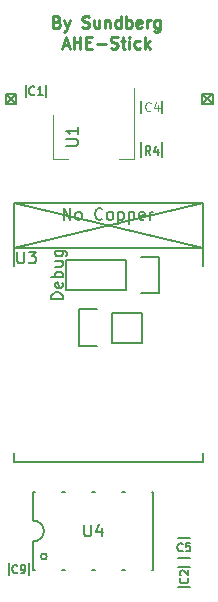
<source format=gbr>
G04 #@! TF.FileFunction,Legend,Top*
%FSLAX46Y46*%
G04 Gerber Fmt 4.6, Leading zero omitted, Abs format (unit mm)*
G04 Created by KiCad (PCBNEW 4.0.4-stable) date 12/12/16 19:20:19*
%MOMM*%
%LPD*%
G01*
G04 APERTURE LIST*
%ADD10C,0.100000*%
%ADD11C,0.250000*%
%ADD12C,0.127000*%
%ADD13C,0.152400*%
%ADD14C,0.120000*%
%ADD15C,0.150000*%
%ADD16C,0.125000*%
G04 APERTURE END LIST*
D10*
D11*
X146583333Y-55503571D02*
X146726190Y-55551190D01*
X146773809Y-55598810D01*
X146821428Y-55694048D01*
X146821428Y-55836905D01*
X146773809Y-55932143D01*
X146726190Y-55979762D01*
X146630952Y-56027381D01*
X146249999Y-56027381D01*
X146249999Y-55027381D01*
X146583333Y-55027381D01*
X146678571Y-55075000D01*
X146726190Y-55122619D01*
X146773809Y-55217857D01*
X146773809Y-55313095D01*
X146726190Y-55408333D01*
X146678571Y-55455952D01*
X146583333Y-55503571D01*
X146249999Y-55503571D01*
X147154761Y-55360714D02*
X147392856Y-56027381D01*
X147630952Y-55360714D02*
X147392856Y-56027381D01*
X147297618Y-56265476D01*
X147249999Y-56313095D01*
X147154761Y-56360714D01*
X148726190Y-55979762D02*
X148869047Y-56027381D01*
X149107143Y-56027381D01*
X149202381Y-55979762D01*
X149250000Y-55932143D01*
X149297619Y-55836905D01*
X149297619Y-55741667D01*
X149250000Y-55646429D01*
X149202381Y-55598810D01*
X149107143Y-55551190D01*
X148916666Y-55503571D01*
X148821428Y-55455952D01*
X148773809Y-55408333D01*
X148726190Y-55313095D01*
X148726190Y-55217857D01*
X148773809Y-55122619D01*
X148821428Y-55075000D01*
X148916666Y-55027381D01*
X149154762Y-55027381D01*
X149297619Y-55075000D01*
X150154762Y-55360714D02*
X150154762Y-56027381D01*
X149726190Y-55360714D02*
X149726190Y-55884524D01*
X149773809Y-55979762D01*
X149869047Y-56027381D01*
X150011905Y-56027381D01*
X150107143Y-55979762D01*
X150154762Y-55932143D01*
X150630952Y-55360714D02*
X150630952Y-56027381D01*
X150630952Y-55455952D02*
X150678571Y-55408333D01*
X150773809Y-55360714D01*
X150916667Y-55360714D01*
X151011905Y-55408333D01*
X151059524Y-55503571D01*
X151059524Y-56027381D01*
X151964286Y-56027381D02*
X151964286Y-55027381D01*
X151964286Y-55979762D02*
X151869048Y-56027381D01*
X151678571Y-56027381D01*
X151583333Y-55979762D01*
X151535714Y-55932143D01*
X151488095Y-55836905D01*
X151488095Y-55551190D01*
X151535714Y-55455952D01*
X151583333Y-55408333D01*
X151678571Y-55360714D01*
X151869048Y-55360714D01*
X151964286Y-55408333D01*
X152440476Y-56027381D02*
X152440476Y-55027381D01*
X152440476Y-55408333D02*
X152535714Y-55360714D01*
X152726191Y-55360714D01*
X152821429Y-55408333D01*
X152869048Y-55455952D01*
X152916667Y-55551190D01*
X152916667Y-55836905D01*
X152869048Y-55932143D01*
X152821429Y-55979762D01*
X152726191Y-56027381D01*
X152535714Y-56027381D01*
X152440476Y-55979762D01*
X153726191Y-55979762D02*
X153630953Y-56027381D01*
X153440476Y-56027381D01*
X153345238Y-55979762D01*
X153297619Y-55884524D01*
X153297619Y-55503571D01*
X153345238Y-55408333D01*
X153440476Y-55360714D01*
X153630953Y-55360714D01*
X153726191Y-55408333D01*
X153773810Y-55503571D01*
X153773810Y-55598810D01*
X153297619Y-55694048D01*
X154202381Y-56027381D02*
X154202381Y-55360714D01*
X154202381Y-55551190D02*
X154250000Y-55455952D01*
X154297619Y-55408333D01*
X154392857Y-55360714D01*
X154488096Y-55360714D01*
X155250001Y-55360714D02*
X155250001Y-56170238D01*
X155202382Y-56265476D01*
X155154763Y-56313095D01*
X155059524Y-56360714D01*
X154916667Y-56360714D01*
X154821429Y-56313095D01*
X155250001Y-55979762D02*
X155154763Y-56027381D01*
X154964286Y-56027381D01*
X154869048Y-55979762D01*
X154821429Y-55932143D01*
X154773810Y-55836905D01*
X154773810Y-55551190D01*
X154821429Y-55455952D01*
X154869048Y-55408333D01*
X154964286Y-55360714D01*
X155154763Y-55360714D01*
X155250001Y-55408333D01*
X147083333Y-57491667D02*
X147559524Y-57491667D01*
X146988095Y-57777381D02*
X147321428Y-56777381D01*
X147654762Y-57777381D01*
X147988095Y-57777381D02*
X147988095Y-56777381D01*
X147988095Y-57253571D02*
X148559524Y-57253571D01*
X148559524Y-57777381D02*
X148559524Y-56777381D01*
X149035714Y-57253571D02*
X149369048Y-57253571D01*
X149511905Y-57777381D02*
X149035714Y-57777381D01*
X149035714Y-56777381D01*
X149511905Y-56777381D01*
X149940476Y-57396429D02*
X150702381Y-57396429D01*
X151130952Y-57729762D02*
X151273809Y-57777381D01*
X151511905Y-57777381D01*
X151607143Y-57729762D01*
X151654762Y-57682143D01*
X151702381Y-57586905D01*
X151702381Y-57491667D01*
X151654762Y-57396429D01*
X151607143Y-57348810D01*
X151511905Y-57301190D01*
X151321428Y-57253571D01*
X151226190Y-57205952D01*
X151178571Y-57158333D01*
X151130952Y-57063095D01*
X151130952Y-56967857D01*
X151178571Y-56872619D01*
X151226190Y-56825000D01*
X151321428Y-56777381D01*
X151559524Y-56777381D01*
X151702381Y-56825000D01*
X151988095Y-57110714D02*
X152369047Y-57110714D01*
X152130952Y-56777381D02*
X152130952Y-57634524D01*
X152178571Y-57729762D01*
X152273809Y-57777381D01*
X152369047Y-57777381D01*
X152702381Y-57777381D02*
X152702381Y-57110714D01*
X152702381Y-56777381D02*
X152654762Y-56825000D01*
X152702381Y-56872619D01*
X152750000Y-56825000D01*
X152702381Y-56777381D01*
X152702381Y-56872619D01*
X153607143Y-57729762D02*
X153511905Y-57777381D01*
X153321428Y-57777381D01*
X153226190Y-57729762D01*
X153178571Y-57682143D01*
X153130952Y-57586905D01*
X153130952Y-57301190D01*
X153178571Y-57205952D01*
X153226190Y-57158333D01*
X153321428Y-57110714D01*
X153511905Y-57110714D01*
X153607143Y-57158333D01*
X154035714Y-57777381D02*
X154035714Y-56777381D01*
X154130952Y-57396429D02*
X154416667Y-57777381D01*
X154416667Y-57110714D02*
X154035714Y-57491667D01*
D12*
X143125000Y-62500000D02*
X142250000Y-61625000D01*
X143125000Y-61625000D02*
X142250000Y-61625000D01*
X143100000Y-61650000D02*
X142250000Y-62500000D01*
X142250000Y-62500000D02*
X142250000Y-61625000D01*
X142250000Y-62500000D02*
X143125000Y-62500000D01*
X143125000Y-62500000D02*
X143125000Y-61625000D01*
X159750000Y-62500000D02*
X159750000Y-61625000D01*
X158875000Y-62500000D02*
X159750000Y-62500000D01*
X158875000Y-62500000D02*
X158875000Y-61625000D01*
X159725000Y-61650000D02*
X158875000Y-62500000D01*
X159750000Y-61625000D02*
X158875000Y-61625000D01*
X159750000Y-62500000D02*
X158875000Y-61625000D01*
D13*
X142950000Y-70825000D02*
X158950000Y-70825000D01*
X158950000Y-70825000D02*
X158950000Y-76225000D01*
X142950000Y-70825000D02*
X142950000Y-76225000D01*
X142950000Y-92025000D02*
X142950000Y-92825000D01*
X142950000Y-92825000D02*
X158950000Y-92825000D01*
X158950000Y-92825000D02*
X158950000Y-92025000D01*
X158950000Y-70825000D02*
X142950000Y-74625000D01*
X142950000Y-70825000D02*
X158950000Y-74625000D01*
X142942000Y-74625000D02*
X158942000Y-74625000D01*
D14*
X146265000Y-67160000D02*
X147525000Y-67160000D01*
X153085000Y-67160000D02*
X151825000Y-67160000D01*
X146265000Y-63400000D02*
X146265000Y-67160000D01*
X153085000Y-61150000D02*
X153085000Y-67160000D01*
D15*
X145625000Y-61875000D02*
X145625000Y-60875000D01*
X143925000Y-60875000D02*
X143925000Y-61875000D01*
X144570000Y-99514000D02*
X144570000Y-101927000D01*
X144570000Y-97736000D02*
X144570000Y-95323000D01*
X144570000Y-99514000D02*
G75*
G03X145459000Y-98625000I0J889000D01*
G01*
X145459000Y-98625000D02*
G75*
G03X144570000Y-97736000I-889000J0D01*
G01*
X145713000Y-100784000D02*
G75*
G03X145713000Y-100784000I-254000J0D01*
G01*
X154730000Y-101927000D02*
X154603000Y-101927000D01*
X152063000Y-101927000D02*
X152317000Y-101927000D01*
X149523000Y-101927000D02*
X149777000Y-101927000D01*
X146983000Y-101927000D02*
X147237000Y-101927000D01*
X144570000Y-101927000D02*
X144697000Y-101927000D01*
X144570000Y-95323000D02*
X144697000Y-95323000D01*
X154730000Y-95323000D02*
X154603000Y-95323000D01*
X152063000Y-95323000D02*
X152317000Y-95323000D01*
X149523000Y-95323000D02*
X149777000Y-95323000D01*
X146983000Y-95323000D02*
X147237000Y-95323000D01*
X154730000Y-101927000D02*
X154730000Y-95323000D01*
X157850000Y-101650000D02*
X156850000Y-101650000D01*
X156850000Y-103350000D02*
X157850000Y-103350000D01*
X153725000Y-62250000D02*
X153725000Y-63250000D01*
X155425000Y-63250000D02*
X155425000Y-62250000D01*
X156850000Y-100900000D02*
X157850000Y-100900000D01*
X157850000Y-99200000D02*
X156850000Y-99200000D01*
X142500000Y-101350000D02*
X142500000Y-102350000D01*
X144200000Y-102350000D02*
X144200000Y-101350000D01*
X148430000Y-82950000D02*
X149980000Y-82950000D01*
X153790000Y-82670000D02*
X151250000Y-82670000D01*
X151250000Y-82670000D02*
X151250000Y-80130000D01*
X149980000Y-79850000D02*
X148430000Y-79850000D01*
X148430000Y-79850000D02*
X148430000Y-82950000D01*
X151250000Y-80130000D02*
X153790000Y-80130000D01*
X153790000Y-80130000D02*
X153790000Y-82670000D01*
X153660000Y-78510000D02*
X155210000Y-78510000D01*
X155210000Y-78510000D02*
X155210000Y-75410000D01*
X155210000Y-75410000D02*
X153660000Y-75410000D01*
X152390000Y-78230000D02*
X147310000Y-78230000D01*
X147310000Y-78230000D02*
X147310000Y-75690000D01*
X147310000Y-75690000D02*
X152390000Y-75690000D01*
X152390000Y-75690000D02*
X152390000Y-78230000D01*
X155450000Y-65725000D02*
X155450000Y-66925000D01*
X153700000Y-66925000D02*
X153700000Y-65725000D01*
X143213095Y-74977381D02*
X143213095Y-75786905D01*
X143260714Y-75882143D01*
X143308333Y-75929762D01*
X143403571Y-75977381D01*
X143594048Y-75977381D01*
X143689286Y-75929762D01*
X143736905Y-75882143D01*
X143784524Y-75786905D01*
X143784524Y-74977381D01*
X144165476Y-74977381D02*
X144784524Y-74977381D01*
X144451190Y-75358333D01*
X144594048Y-75358333D01*
X144689286Y-75405952D01*
X144736905Y-75453571D01*
X144784524Y-75548810D01*
X144784524Y-75786905D01*
X144736905Y-75882143D01*
X144689286Y-75929762D01*
X144594048Y-75977381D01*
X144308333Y-75977381D01*
X144213095Y-75929762D01*
X144165476Y-75882143D01*
X147127714Y-72277381D02*
X147127714Y-71277381D01*
X147699143Y-72277381D01*
X147699143Y-71277381D01*
X148318190Y-72277381D02*
X148222952Y-72229762D01*
X148175333Y-72182143D01*
X148127714Y-72086905D01*
X148127714Y-71801190D01*
X148175333Y-71705952D01*
X148222952Y-71658333D01*
X148318190Y-71610714D01*
X148461048Y-71610714D01*
X148556286Y-71658333D01*
X148603905Y-71705952D01*
X148651524Y-71801190D01*
X148651524Y-72086905D01*
X148603905Y-72182143D01*
X148556286Y-72229762D01*
X148461048Y-72277381D01*
X148318190Y-72277381D01*
X150413429Y-72182143D02*
X150365810Y-72229762D01*
X150222953Y-72277381D01*
X150127715Y-72277381D01*
X149984857Y-72229762D01*
X149889619Y-72134524D01*
X149842000Y-72039286D01*
X149794381Y-71848810D01*
X149794381Y-71705952D01*
X149842000Y-71515476D01*
X149889619Y-71420238D01*
X149984857Y-71325000D01*
X150127715Y-71277381D01*
X150222953Y-71277381D01*
X150365810Y-71325000D01*
X150413429Y-71372619D01*
X150984857Y-72277381D02*
X150889619Y-72229762D01*
X150842000Y-72182143D01*
X150794381Y-72086905D01*
X150794381Y-71801190D01*
X150842000Y-71705952D01*
X150889619Y-71658333D01*
X150984857Y-71610714D01*
X151127715Y-71610714D01*
X151222953Y-71658333D01*
X151270572Y-71705952D01*
X151318191Y-71801190D01*
X151318191Y-72086905D01*
X151270572Y-72182143D01*
X151222953Y-72229762D01*
X151127715Y-72277381D01*
X150984857Y-72277381D01*
X151746762Y-71610714D02*
X151746762Y-72610714D01*
X151746762Y-71658333D02*
X151842000Y-71610714D01*
X152032477Y-71610714D01*
X152127715Y-71658333D01*
X152175334Y-71705952D01*
X152222953Y-71801190D01*
X152222953Y-72086905D01*
X152175334Y-72182143D01*
X152127715Y-72229762D01*
X152032477Y-72277381D01*
X151842000Y-72277381D01*
X151746762Y-72229762D01*
X152651524Y-71610714D02*
X152651524Y-72610714D01*
X152651524Y-71658333D02*
X152746762Y-71610714D01*
X152937239Y-71610714D01*
X153032477Y-71658333D01*
X153080096Y-71705952D01*
X153127715Y-71801190D01*
X153127715Y-72086905D01*
X153080096Y-72182143D01*
X153032477Y-72229762D01*
X152937239Y-72277381D01*
X152746762Y-72277381D01*
X152651524Y-72229762D01*
X153937239Y-72229762D02*
X153842001Y-72277381D01*
X153651524Y-72277381D01*
X153556286Y-72229762D01*
X153508667Y-72134524D01*
X153508667Y-71753571D01*
X153556286Y-71658333D01*
X153651524Y-71610714D01*
X153842001Y-71610714D01*
X153937239Y-71658333D01*
X153984858Y-71753571D01*
X153984858Y-71848810D01*
X153508667Y-71944048D01*
X154413429Y-72277381D02*
X154413429Y-71610714D01*
X154413429Y-71801190D02*
X154461048Y-71705952D01*
X154508667Y-71658333D01*
X154603905Y-71610714D01*
X154699144Y-71610714D01*
X147352381Y-66011905D02*
X148161905Y-66011905D01*
X148257143Y-65964286D01*
X148304762Y-65916667D01*
X148352381Y-65821429D01*
X148352381Y-65630952D01*
X148304762Y-65535714D01*
X148257143Y-65488095D01*
X148161905Y-65440476D01*
X147352381Y-65440476D01*
X148352381Y-64440476D02*
X148352381Y-65011905D01*
X148352381Y-64726191D02*
X147352381Y-64726191D01*
X147495238Y-64821429D01*
X147590476Y-64916667D01*
X147638095Y-65011905D01*
X144650000Y-61667857D02*
X144614286Y-61703571D01*
X144507143Y-61739286D01*
X144435714Y-61739286D01*
X144328571Y-61703571D01*
X144257143Y-61632143D01*
X144221428Y-61560714D01*
X144185714Y-61417857D01*
X144185714Y-61310714D01*
X144221428Y-61167857D01*
X144257143Y-61096429D01*
X144328571Y-61025000D01*
X144435714Y-60989286D01*
X144507143Y-60989286D01*
X144614286Y-61025000D01*
X144650000Y-61060714D01*
X145364286Y-61739286D02*
X144935714Y-61739286D01*
X145150000Y-61739286D02*
X145150000Y-60989286D01*
X145078571Y-61096429D01*
X145007143Y-61167857D01*
X144935714Y-61203571D01*
X148888095Y-98077381D02*
X148888095Y-98886905D01*
X148935714Y-98982143D01*
X148983333Y-99029762D01*
X149078571Y-99077381D01*
X149269048Y-99077381D01*
X149364286Y-99029762D01*
X149411905Y-98982143D01*
X149459524Y-98886905D01*
X149459524Y-98077381D01*
X150364286Y-98410714D02*
X150364286Y-99077381D01*
X150126190Y-98029762D02*
X149888095Y-98744048D01*
X150507143Y-98744048D01*
X157625000Y-102626666D02*
X157658333Y-102660000D01*
X157691667Y-102760000D01*
X157691667Y-102826666D01*
X157658333Y-102926666D01*
X157591667Y-102993333D01*
X157525000Y-103026666D01*
X157391667Y-103060000D01*
X157291667Y-103060000D01*
X157158333Y-103026666D01*
X157091667Y-102993333D01*
X157025000Y-102926666D01*
X156991667Y-102826666D01*
X156991667Y-102760000D01*
X157025000Y-102660000D01*
X157058333Y-102626666D01*
X157058333Y-102360000D02*
X157025000Y-102326666D01*
X156991667Y-102260000D01*
X156991667Y-102093333D01*
X157025000Y-102026666D01*
X157058333Y-101993333D01*
X157125000Y-101960000D01*
X157191667Y-101960000D01*
X157291667Y-101993333D01*
X157691667Y-102393333D01*
X157691667Y-101960000D01*
D16*
X154500000Y-62992857D02*
X154464286Y-63028571D01*
X154357143Y-63064286D01*
X154285714Y-63064286D01*
X154178571Y-63028571D01*
X154107143Y-62957143D01*
X154071428Y-62885714D01*
X154035714Y-62742857D01*
X154035714Y-62635714D01*
X154071428Y-62492857D01*
X154107143Y-62421429D01*
X154178571Y-62350000D01*
X154285714Y-62314286D01*
X154357143Y-62314286D01*
X154464286Y-62350000D01*
X154500000Y-62385714D01*
X155142857Y-62564286D02*
X155142857Y-63064286D01*
X154964286Y-62278571D02*
X154785714Y-62814286D01*
X155250000Y-62814286D01*
D15*
X157203334Y-100290000D02*
X157170000Y-100323333D01*
X157070000Y-100356667D01*
X157003334Y-100356667D01*
X156903334Y-100323333D01*
X156836667Y-100256667D01*
X156803334Y-100190000D01*
X156770000Y-100056667D01*
X156770000Y-99956667D01*
X156803334Y-99823333D01*
X156836667Y-99756667D01*
X156903334Y-99690000D01*
X157003334Y-99656667D01*
X157070000Y-99656667D01*
X157170000Y-99690000D01*
X157203334Y-99723333D01*
X157836667Y-99656667D02*
X157503334Y-99656667D01*
X157470000Y-99990000D01*
X157503334Y-99956667D01*
X157570000Y-99923333D01*
X157736667Y-99923333D01*
X157803334Y-99956667D01*
X157836667Y-99990000D01*
X157870000Y-100056667D01*
X157870000Y-100223333D01*
X157836667Y-100290000D01*
X157803334Y-100323333D01*
X157736667Y-100356667D01*
X157570000Y-100356667D01*
X157503334Y-100323333D01*
X157470000Y-100290000D01*
X143223334Y-102135000D02*
X143190000Y-102168333D01*
X143090000Y-102201667D01*
X143023334Y-102201667D01*
X142923334Y-102168333D01*
X142856667Y-102101667D01*
X142823334Y-102035000D01*
X142790000Y-101901667D01*
X142790000Y-101801667D01*
X142823334Y-101668333D01*
X142856667Y-101601667D01*
X142923334Y-101535000D01*
X143023334Y-101501667D01*
X143090000Y-101501667D01*
X143190000Y-101535000D01*
X143223334Y-101568333D01*
X143556667Y-102201667D02*
X143690000Y-102201667D01*
X143756667Y-102168333D01*
X143790000Y-102135000D01*
X143856667Y-102035000D01*
X143890000Y-101901667D01*
X143890000Y-101635000D01*
X143856667Y-101568333D01*
X143823334Y-101535000D01*
X143756667Y-101501667D01*
X143623334Y-101501667D01*
X143556667Y-101535000D01*
X143523334Y-101568333D01*
X143490000Y-101635000D01*
X143490000Y-101801667D01*
X143523334Y-101868333D01*
X143556667Y-101901667D01*
X143623334Y-101935000D01*
X143756667Y-101935000D01*
X143823334Y-101901667D01*
X143856667Y-101868333D01*
X143890000Y-101801667D01*
X147082381Y-78997619D02*
X146082381Y-78997619D01*
X146082381Y-78759524D01*
X146130000Y-78616666D01*
X146225238Y-78521428D01*
X146320476Y-78473809D01*
X146510952Y-78426190D01*
X146653810Y-78426190D01*
X146844286Y-78473809D01*
X146939524Y-78521428D01*
X147034762Y-78616666D01*
X147082381Y-78759524D01*
X147082381Y-78997619D01*
X147034762Y-77616666D02*
X147082381Y-77711904D01*
X147082381Y-77902381D01*
X147034762Y-77997619D01*
X146939524Y-78045238D01*
X146558571Y-78045238D01*
X146463333Y-77997619D01*
X146415714Y-77902381D01*
X146415714Y-77711904D01*
X146463333Y-77616666D01*
X146558571Y-77569047D01*
X146653810Y-77569047D01*
X146749048Y-78045238D01*
X147082381Y-77140476D02*
X146082381Y-77140476D01*
X146463333Y-77140476D02*
X146415714Y-77045238D01*
X146415714Y-76854761D01*
X146463333Y-76759523D01*
X146510952Y-76711904D01*
X146606190Y-76664285D01*
X146891905Y-76664285D01*
X146987143Y-76711904D01*
X147034762Y-76759523D01*
X147082381Y-76854761D01*
X147082381Y-77045238D01*
X147034762Y-77140476D01*
X146415714Y-75807142D02*
X147082381Y-75807142D01*
X146415714Y-76235714D02*
X146939524Y-76235714D01*
X147034762Y-76188095D01*
X147082381Y-76092857D01*
X147082381Y-75949999D01*
X147034762Y-75854761D01*
X146987143Y-75807142D01*
X146415714Y-74902380D02*
X147225238Y-74902380D01*
X147320476Y-74949999D01*
X147368095Y-74997618D01*
X147415714Y-75092857D01*
X147415714Y-75235714D01*
X147368095Y-75330952D01*
X147034762Y-74902380D02*
X147082381Y-74997618D01*
X147082381Y-75188095D01*
X147034762Y-75283333D01*
X146987143Y-75330952D01*
X146891905Y-75378571D01*
X146606190Y-75378571D01*
X146510952Y-75330952D01*
X146463333Y-75283333D01*
X146415714Y-75188095D01*
X146415714Y-74997618D01*
X146463333Y-74902380D01*
X154483334Y-66766667D02*
X154250000Y-66433333D01*
X154083334Y-66766667D02*
X154083334Y-66066667D01*
X154350000Y-66066667D01*
X154416667Y-66100000D01*
X154450000Y-66133333D01*
X154483334Y-66200000D01*
X154483334Y-66300000D01*
X154450000Y-66366667D01*
X154416667Y-66400000D01*
X154350000Y-66433333D01*
X154083334Y-66433333D01*
X155083334Y-66300000D02*
X155083334Y-66766667D01*
X154916667Y-66033333D02*
X154750000Y-66533333D01*
X155183334Y-66533333D01*
M02*

</source>
